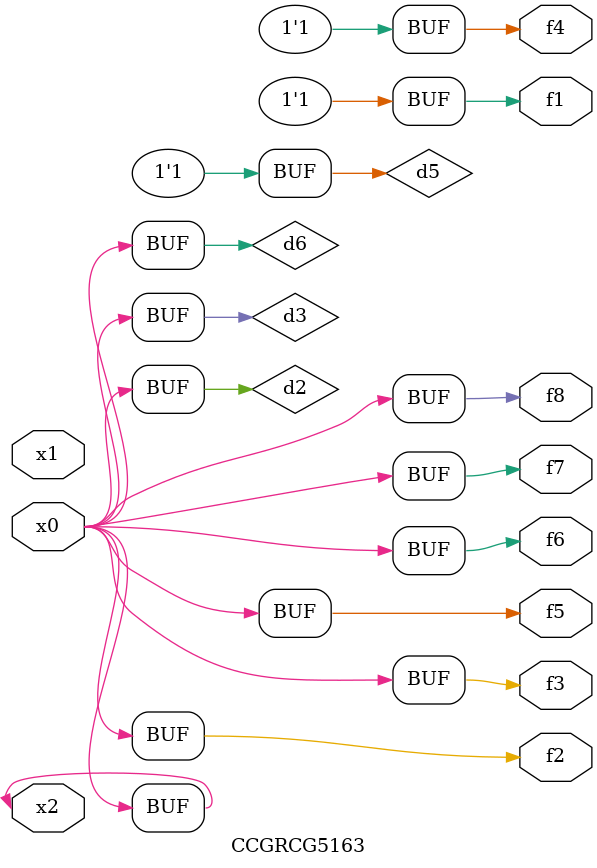
<source format=v>
module CCGRCG5163(
	input x0, x1, x2,
	output f1, f2, f3, f4, f5, f6, f7, f8
);

	wire d1, d2, d3, d4, d5, d6;

	xnor (d1, x2);
	buf (d2, x0, x2);
	and (d3, x0);
	xnor (d4, x1, x2);
	nand (d5, d1, d3);
	buf (d6, d2, d3);
	assign f1 = d5;
	assign f2 = d6;
	assign f3 = d6;
	assign f4 = d5;
	assign f5 = d6;
	assign f6 = d6;
	assign f7 = d6;
	assign f8 = d6;
endmodule

</source>
